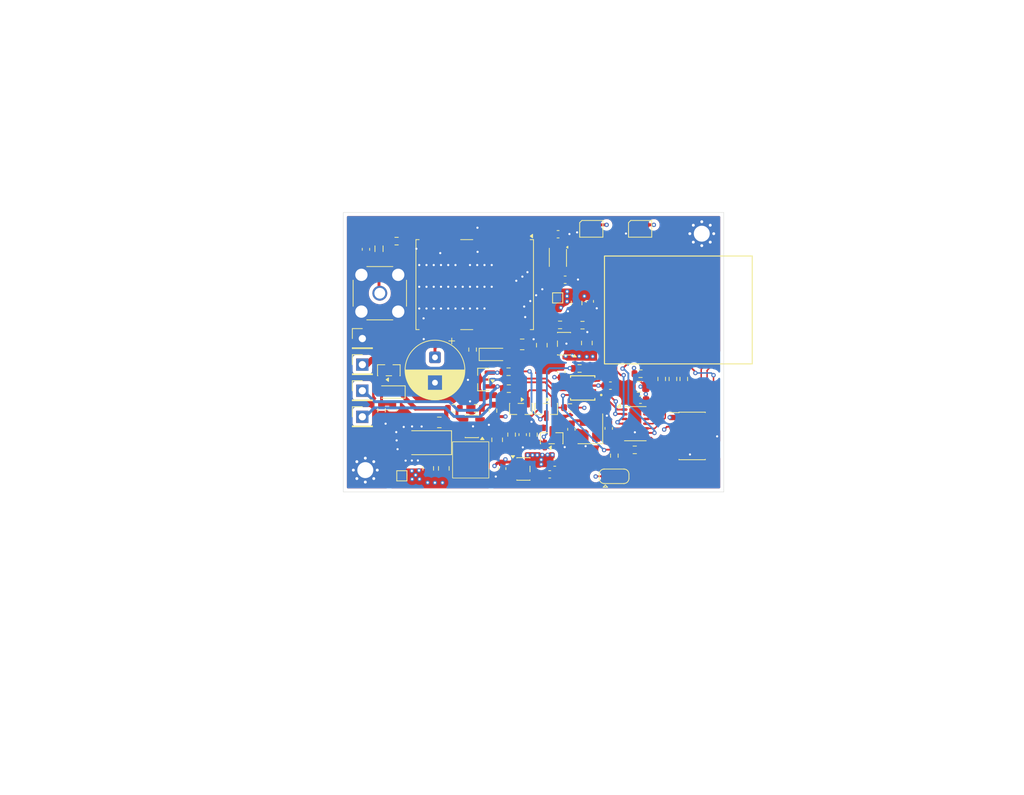
<source format=kicad_pcb>
(kicad_pcb (version 20241229) (generator "pcbnew") (generator_version "9.0")
  (layers (0 "F.Cu" signal) (4 "In1.Cu" signal) (6 "In2.Cu" signal) (2 "B.Cu" signal) (13 "F.Paste" user) (15 "B.Paste" user) (5 "F.SilkS" user "F.Silkscreen") (7 "B.SilkS" user "B.Silkscreen") (1 "F.Mask" user) (3 "B.Mask" user) (25 "Edge.Cuts" user))
  (net 0 "")
  (net 1 "/3V3")
  (net 2 "GND")
  (net 3 "/5V")
  (net 4 "/GPS_POWER")
  (net 5 "/CAN/CAN1_HI")
  (net 6 "/CAN/CAN1_LOW")
  (net 7 "/SWD_IO")
  (net 8 "/SWD_CLK")
  (net 9 "/CAN/CAN1S")
  (net 10 "/GPS_ENABLE")
  (net 11 "Net-(D101-K)")
  (net 12 "/ublox/GPS_VBAT")
  (net 13 "/CAN_TERM")
  (net 14 "/RST")
  (net 15 "/CAN/CAN1TX")
  (net 16 "/CAN/CAN1RX")
  (net 17 "/MCP_INT")
  (net 18 "/MCP_SPI_MISO")
  (net 19 "/MCP_RST")
  (net 20 "/MCP_SPI_CS")
  (net 21 "/MCP_SPI_MOSI")
  (net 22 "/MCP_SPI_SCK")
  (net 23 "/ublox/GPS_TX")
  (net 24 "/ublox/GPS_RX")
  (net 25 "/ublox/GPS_RF")
  (net 26 "/GPS_TX")
  (net 27 "/GPS_RX")
  (net 28 "/12V")
  (net 29 "Net-(D401-K)")
  (net 30 "Net-(U401-CB)")
  (net 32 "/LED_CONTROL")
  (net 33 "/VIN")
  (net 34 "Net-(U401-~{SHDN})")
  (net 35 "Net-(U401-FB)")
  (net 36 "Net-(U101-OSC2)")
  (net 37 "Net-(U101-OSC1)")
  (net 38 "Net-(D104-A)")
  (net 39 "Net-(U105-BP)")
  (net 40 "Net-(C201-Pad1)")
  (net 41 "Net-(Q302-D)")
  (net 42 "Net-(D102-DOUT)")
  (net 46 "Net-(JP101-C)")
  (net 47 "Net-(Q301-D)")
  (net 48 "Net-(Q301-G)")
  (net 49 "Net-(Q302-S)")
  (net 50 "Net-(Q303-D)")
  (net 51 "Net-(U101-~{INT1}{slash}GPIO1)")
  (net 52 "Net-(U103-EN)")
  (net 53 "Net-(U104-P0.21)")
  (net 54 "Net-(U104-P0.27)")
  (net 55 "Net-(U104-P1.06)")
  (net 56 "Net-(U201-VCC_RF)")
  (footprint "Jumper:SolderJumper-3_P1.3mm_Open_RoundedPad1.0x1.5mm" (layer "F.Cu") (at 131.88 99.16)
    (property "Reference" "JP101" (hide yes))
    (property "Value" "CAN_ENABLE")
  )
  (footprint "Capacitor_SMD:C_0603_1608Metric" (layer "F.Cu") (at 125.13 72.03)
    (property "Reference" "C108" (hide yes))
    (property "Value" "0.1uF")
  )
  (footprint "Resistor_SMD:R_0603_1608Metric" (layer "F.Cu") (at 112.36 81.67 -90)
    (property "Reference" "R102" (hide yes))
    (property "Value" "100")
  )
  (footprint "Connector_PinHeader_1.27mm:PinHeader_2x05_P1.27mm_Vertical_SMD" (layer "F.Cu") (at 142.65 93.59)
    (property "Reference" "J104" (hide yes))
    (property "Value" "SWD")
  )
  (footprint "Capacitor_SMD:C_0805_2012Metric" (layer "F.Cu") (at 126.71 75.24 -90)
    (property "Reference" "C113" (hide yes))
    (property "Value" "10uF")
  )
  (footprint "Capacitor_SMD:C_0603_1608Metric" (layer "F.Cu") (at 101.35 90.055 -90)
    (property "Reference" "C110" (hide yes))
    (property "Value" "10nF")
  )
  (footprint "Connector_PinHeader_2.54mm:PinHeader_1x01_P2.54mm_Vertical" (layer "F.Cu") (at 97.15 87.35)
    (property "Reference" "J302" (hide yes))
    (property "Value" "Conn_01x01")
  )
  (footprint "Capacitor_SMD:C_0603_1608Metric" (layer "F.Cu") (at 124.155 65.75)
    (property "Reference" "C106" (hide yes))
    (property "Value" "0.1uF")
  )
  (footprint "Capacitor_SMD:C_0603_1608Metric" (layer "F.Cu") (at 125.990001 92.675 -90)
    (property "Reference" "C101" (hide yes))
    (property "Value" "12pF")
  )
  (footprint "Inductor_SMD:L_0805_2012Metric" (layer "F.Cu") (at 99.45 67.75 90)
    (property "Reference" "L201" (hide yes))
    (property "Value" "27nH")
  )
  (footprint "Resistor_SMD:R_0603_1608Metric" (layer "F.Cu") (at 135.525 85)
    (property "Reference" "R101" (hide yes))
    (property "Value" "10K")
  )
  (footprint "Package_TO_SOT_SMD:SOT-23" (layer "F.Cu") (at 122.52 89.8675 -90)
    (property "Reference" "Q303" (hide yes))
    (property "Value" "AO3401A")
  )
  (footprint "TestPoint:TestPoint_Pad_1.0x1.0mm" (layer "F.Cu") (at 102.6 99.1)
    (property "Reference" "TP101" (hide yes))
    (property "Value" "5V")
  )
  (footprint "inductor:FNR5040S220MT" (layer "F.Cu") (at 112.1 96.9 180)
    (property "Reference" "L401" (hide yes))
    (property "Value" "22uH")
  )
  (footprint "Resistor_SMD:R_0603_1608Metric" (layer "F.Cu") (at 127.12 84.28 180)
    (property "Reference" "R302" (hide yes))
    (property "Value" "100")
  )
  (footprint "Capacitor_SMD:C_0805_2012Metric" (layer "F.Cu") (at 119.2 80.95)
    (property "Reference" "C202" (hide yes))
    (property "Value" "0.1uF")
  )
  (footprint "Capacitor_SMD:C_0603_1608Metric" (layer "F.Cu") (at 123 98.89)
    (property "Reference" "C112" (hide yes))
    (property "Value" "10nF")
  )
  (footprint "Resistor_SMD:R_0603_1608Metric" (layer "F.Cu") (at 140 85.725 -90)
    (property "Reference" "R110" (hide yes))
    (property "Value" "33")
  )
  (footprint "Package_SO:VSSOP-8_2.3x2mm_P0.5mm" (layer "F.Cu") (at 124.13 68.94 -90)
    (property "Reference" "U102" (hide yes))
    (property "Value" "TXB0102DCU")
  )
  (footprint "Capacitor_SMD:C_0805_2012Metric" (layer "F.Cu") (at 121.91 81.06 90)
    (property "Reference" "C107" (hide yes))
    (property "Value" "10uF")
  )
  (footprint "Resistor_SMD:R_0603_1608Metric" (layer "F.Cu") (at 131.92 96.31 -90)
    (property "Reference" "R104" (hide yes))
    (property "Value" "10K")
  )
  (footprint "Capacitor_SMD:C_0603_1608Metric" (layer "F.Cu") (at 131.140001 92.55 90)
    (property "Reference" "C103" (hide yes))
    (property "Value" "12pF")
  )
  (footprint "Diode_SMD:D_SOD-323_HandSoldering" (layer "F.Cu") (at 115.2825 82.34)
    (property "Reference" "D101" (hide yes))
    (property "Value" "D_Schottky_Small")
  )
  (footprint "Capacitor_SMD:C_0805_2012Metric" (layer "F.Cu") (at 106.24 98.07 90)
    (property "Reference" "C404" (hide yes))
    (property "Value" "10uF")
  )
  (footprint "Capacitor_SMD:C_0603_1608Metric" (layer "F.Cu") (at 131.375 86.65)
    (property "Reference" "C301" (hide yes))
    (property "Value" "0.1uF")
  )
  (footprint "MountingHole:MountingHole_2.2mm_M2_Pad_Via" (layer "F.Cu") (at 143.98 65.67)
    (property "Reference" "H101" (hide yes))
    (property "Value" "MountingHole_Pad")
  )
  (footprint "Package_TO_SOT_SMD:SOT-23-5" (layer "F.Cu") (at 119.3725 98.15)
    (property "Reference" "U105" (hide yes))
    (property "Value" "LP2985-3.3")
  )
  (footprint "Capacitor_SMD:C_0603_1608Metric" (layer "F.Cu") (at 97.65 67.825 -90)
    (property "Reference" "C201" (hide yes))
    (property "Value" "0.01uF")
  )
  (footprint "Resistor_SMD:R_0603_1608Metric" (layer "F.Cu") (at 115.175 90.1 90)
    (property "Reference" "R402" (hide yes))
    (property "Value" "54.9K")
  )
  (footprint "Resistor_SMD:R_0603_1608Metric" (layer "F.Cu") (at 109.775 89.78)
    (property "Reference" "R401" (hide yes))
    (property "Value" "100K")
  )
  (footprint "Resistor_SMD:R_0603_1608Metric" (layer "F.Cu") (at 138.45 85.725 -90)
    (property "Reference" "R108" (hide yes))
    (property "Value" "33")
  )
  (footprint "Package_TO_SOT_SMD:SOT-23" (layer "F.Cu") (at 119.02 89.8675 -90)
    (property "Reference" "Q302" (hide yes))
    (property "Value" "AO3401A")
  )
  (footprint "Crystal:Crystal_SMD_3225-4Pin_3.2x2.5mm" (layer "F.Cu") (at 128.600001 92.6 90)
    (property "Reference" "Y101" (hide yes))
    (property "Value" "20Mhz")
  )
  (footprint "Connector_PinHeader_2.54mm:PinHeader_1x01_P2.54mm_Vertical" (layer "F.Cu") (at 97.15 83.75)
    (property "Reference" "J102" (hide yes))
    (property "Value" "Vin")
  )
  (footprint "Package_DFN_QFN:DFN-14-1EP_3x4.5mm_P0.65mm_EP1.65x4.25mm" (layer "F.Cu") (at 134.8125 91.9)
    (property "Reference" "U101" (hide yes))
    (property "Value" "MCP2518FD-xQBB")
  )
  (footprint "Package_TO_SOT_SMD:SOT-23-6" (layer "F.Cu") (at 112.25 92.2625 180)
    (property "Reference" "U401" (hide yes))
    (property "Value" "LMR16006Y")
  )
  (footprint "Resistor_SMD:R_0603_1608Metric" (layer "F.Cu") (at 101.875 66.7)
    (property "Reference" "R201" (hide yes))
    (property "Value" "10")
  )
  (footprint "Resistor_SMD:R_0603_1608Metric" (layer "F.Cu") (at 117.32 84.73)
    (property "Reference" "R306" (hide yes))
    (property "Value" "56")
  )
  (footprint "LED_SMD:LED_WS2812B-2020_PLCC4_2.0x2.0mm" (layer "F.Cu") (at 135.475 65)
    (property "Reference" "D102" (hide yes))
    (property "Value" "WS2812B-2020")
  )
  (footprint "LED_SMD:LED_WS2812B-2020_PLCC4_2.0x2.0mm" (layer "F.Cu") (at 128.735 65)
    (property "Reference" "D103" (hide yes))
    (property "Value" "WS2812B-2020")
  )
  (footprint "Resistor_SMD:R_0603_1608Metric" (layer "F.Cu") (at 117.36 87.065)
    (property "Reference" "R304" (hide yes))
    (property "Value" "56")
  )
  (footprint "Connector_PinHeader_2.54mm:PinHeader_1x01_P2.54mm_Vertical" (layer "F.Cu") (at 97.15 80.15)
    (property "Reference" "J103" (hide yes))
    (property "Value" "Gnd")
  )
  (footprint "Resistor_SMD:R_0603_1608Metric" (layer "F.Cu") (at 125.81 89.68 180)
    (property "Reference" "R301" (hide yes))
    (property "Value" "10K")
  )
  (footprint "Diode_SMD:D_SOD-323_HandSoldering" (layer "F.Cu") (at 101.05 87.53 180)
    (property "Reference" "D104" (hide yes))
    (property "Value" "BZT52C16S")
  )
  (footprint "Resistor_SMD:R_0603_1608Metric" (layer "F.Cu") (at 99.8 90.04 -90)
    (property "Reference" "R107" (hide yes))
    (property "Value" "10K")
  )
  (footprint "holyiot_21069_nrf5340:nrf5340" (layer "F.Cu") (at 131.265 69.435 -90)
    (property "Reference" "U104" (hide yes))
    (property "Value" "~")
  )
  (footprint "MountingHole:MountingHole_2.2mm_M2_Pad_Via" (layer "F.Cu") (at 97.56 98.31)
    (property "Reference" "H102" (hide yes))
    (property "Value" "MountingHole_Pad")
  )
  (footprint "Resistor_SMD:R_0603_1608Metric" (layer "F.Cu") (at 117.74 93.41 -90)
    (property "Reference" "R305" (hide yes))
    (property "Value" "100K")
  )
  (footprint "Capacitor_SMD:C_0603_1608Metric" (layer "F.Cu") (at 135.5175 88.59 180)
    (property "Reference" "C105" (hide yes))
    (property "Value" "0.1uF")
  )
  (footprint "Resistor_SMD:R_0603_1608Metric" (layer "F.Cu") (at 112.825 89.775 180)
    (property "Reference" "R403" (hide yes))
    (property "Value" "10K")
  )
  (footprint "Capacitor_SMD:C_0805_2012Metric" (layer "F.Cu") (at 107.77 91.72 180)
    (property "Reference" "C401" (hide yes))
    (property "Value" "10uF")
  )
  (footprint "Diode_SMD:D_SMA" (layer "F.Cu") (at 105.95 94.525 180)
    (property "Reference" "D401" (hide yes))
    (property "Value" "SS14FL")
  )
  (footprint "Capacitor_SMD:C_0805_2012Metric" (layer "F.Cu") (at 135.3125 86.81 180)
    (property "Reference" "C102" (hide yes))
    (property "Value" "10uF")
  )
  (footprint "Resistor_SMD:R_0603_1608Metric" (layer "F.Cu") (at 141.5 85.725 -90)
    (property "Reference" "R109" (hide yes))
    (property "Value" "33")
  )
  (footprint "Package_TO_SOT_SMD:SOT-23" (layer "F.Cu") (at 123.27 93.91 90)
    (property "Reference" "Q301" (hide yes))
    (property "Value" "2N7002")
  )
  (footprint "Connector_PinHeader_2.54mm:PinHeader_1x01_P2.54mm_Vertical" (layer "F.Cu") (at 97.15 90.95)
    (property "Reference" "J301" (hide yes))
    (property "Value" "Conn_01x01")
  )
  (footprint "Connector_Coaxial:SMA_Amphenol_132134_Vertical" (layer "F.Cu") (at 99.56 73.89)
    (property "Reference" "J101" (hide yes))
    (property "Value" "Conn_Coaxial_Power")
  )
  (footprint "Capacitor_THT:CP_Radial_D8.0mm_P3.50mm" (layer "F.Cu") (at 107.17 82.74 -90)
    (property "Reference" "C104" (hide yes))
    (property "Value" "C_Polarized_Small")
  )
  (footprint "Resistor_SMD:R_0603_1608Metric" (layer "F.Cu") (at 120.75 93.42 -90)
    (property "Reference" "R303" (hide yes))
    (property "Value" "10K")
  )
  (footprint "Resistor_SMD:R_0603_1608Metric" (layer "F.Cu") (at 127.525 78.3)
    (property "Reference" "R105" (hide yes))
    (property "Value" "10K")
  )
  (footprint "footprints:HVSON8_TJA1462_NXP" (layer "F.Cu") (at 127.5518 86.964979 180)
    (property "Reference" "U301" (hide yes))
    (property "Value" "TJA1462ATK/0Z")
  )
  (footprint "Package_TO_SOT_SMD:SOT-23-5" (layer "F.Cu") (at 124.97625 80.86 180)
    (property "Reference" "U103" (hide yes))
    (property "Value" "TLV75533PDBV")
  )
  (footprint "Capacitor_SMD:C_0603_1608Metric" (layer "F.Cu") (at 123.695 97.26)
    (property "Reference" "C114" (hide yes))
    (property "Value" "2.2uF")
  )
  (footprint "Resistor_SMD:R_0603_1608Metric" (layer "F.Cu") (at 124.43 78.26 180)
    (property "Reference" "R106" (hide yes))
    (property "Value" "100")
  )
  (footprint "Capacitor_SMD:C_0603_1608Metric" (layer "F.Cu") (at 124.6 84.75 90)
    (property "Reference" "C302" (hide yes))
    (property "Value" "0.1uF")
  )
  (footprint "RF_GPS:ublox_NEO" (layer "F.Cu") (at 112.65 72.7 -90)
    (property "Reference" "U201" (hide yes))
    (property "Value" "NEO-8M")
  )
  (footprint "Capacitor_SMD:C_0805_2012Metric" (layer "F.Cu") (at 128.12625 80.76 90)
    (property "Reference" "C109" (hide yes))
    (property "Value" "10uF")
  )
  (footprint "Capacitor_SMD:C_0805_2012Metric" (layer "F.Cu") (at 115.75 94.125 -90)
    (property "Reference" "C402" (hide yes))
    (property "Value" "0.1uF")
  )
  (footprint "Capacitor_SMD:C_0603_1608Metric" (layer "F.Cu") (at 119.27 93.41 -90)
    (property "Reference" "C303" (hide yes))
    (property "Value" "4.7pF")
  )
  (footprint "Resistor_SMD:R_0603_1608Metric" (layer "F.Cu") (at 134.735 95.51 180)
    (property "Reference" "R103" (hide yes))
    (property "Value" "100")
  )
  (footprint "TestPoint:TestPoint_Pad_1.0x1.0mm" (layer "F.Cu") (at 124.1 74.54)
    (property "Reference" "TP102" (hide yes))
    (property "Value" "3V3")
  )
  (footprint "Package_TO_SOT_SMD:SOT-23" (layer "F.Cu") (at 113.8225 85.8 180)
    (property "Reference" "D301" (hide yes))
    (property "Value" "NUP2105L")
  )
  (footprint "Package_TO_SOT_SMD:SOT-23" (layer "F.Cu") (at 100.81 84.5225 90)
    (property "Reference" "Q101" (hide yes))
    (property "Value" "AO3401A")
  )
  (footprint "Capacitor_SMD:C_0603_1608Metric" (layer "F.Cu") (at 128.53 75.015 -90)
    (property "Reference" "C115" (hide yes))
    (property "Value" "0.1uF")
  )
  (footprint "Capacitor_SMD:C_0603_1608Metric" (layer "F.Cu") (at 116.44 98.095 -90)
    (property "Reference" "C111" (hide yes))
    (property "Value" "10uF")
  )
  (footprint "Capacitor_SMD:C_0805_2012Metric" (layer "F.Cu") (at 108.39 98.07 90)
    (property "Reference" "C403" (hide yes))
    (property "Value" "10uF")
  )
  (gr_rect (start 94.52 62.74) (end 147.02 101.33) (stroke (width 0.05)) (fill no) (layer "Edge.Cuts"))
  (segment (start 125.39 74.29) (end 124.35 74.29) (width 0.4) (layer "F.Cu") (net 1))
  (segment (start 128.785 73.985) (end 128.53 74.24) (width 0.4) (layer "F.Cu") (net 1))
  (segment (start 134.7 85) (end 134.7 85.2475) (width 0.25) (layer "F.Cu") (net 1))
  (segment (start 127.78 74.29) (end 128.48 74.29) (width 0.4) (layer "F.Cu") (net 1))
  (segment (start 139.18 92.32) (end 138.79 92.71) (width 0.25) (layer "F.Cu") (net 1))
  (segment (start 134.7 85.2475) (end 136.2625 86.81) (width 0.25) (layer "F.Cu") (net 1))
  (segment (start 136.2625 88.56) (end 136.2925 88.59) (width 0.25) (layer "F.Cu") (net 1))
  (segment (start 134.7 85) (end 134.7 84.29) (width 0.25) (layer "F.Cu") (net 1))
  (segment (start 124.35 74.29) (end 124.1 74.54) (width 0.4) (layer "F.Cu") (net 1))
  (segment (start 126.71 74.29) (end 127.78 74.29) (width 0.4) (layer "F.Cu") (net 1))
  (segment (start 140.7 92.32) (end 139.18 92.32) (width 0.25) (layer "F.Cu") (net 1))
  (segment (start 128.48 74.29) (end 128.53 74.24) (width 0.4) (layer "F.Cu") (net 1))
  (segment (start 123.695 85.525) (end 123.65 85.48) (width 0.25) (layer "F.Cu") (net 1))
  (segment (start 136.2625 86.81) (end 136.2625 87.82) (width 0.25) (layer "F.Cu") (net 1))
  (segment (start 126.71 74.29) (end 125.39 74.29) (width 0.4) (layer "F.Cu") (net 1))
  (segment (start 135.56 86.81) (end 135.54 86.79) (width 0.25) (layer "F.Cu") (net 1))
  (segment (start 124.38 70.34) (end 124.38 72.005) (width 0.25) (layer "F.Cu") (net 1))
  (segment (start 124.6 85.525) (end 123.695 85.525) (width 0.25) (layer "F.Cu") (net 1))
  (segment (start 130.58 99.16) (end 129.45 99.16) (width 0.25) (layer "F.Cu") (net 1))
  (segment (start 126.0786 85.99) (end 125.065 85.99) (width 0.25) (layer "F.Cu") (net 1))
  (segment (start 134.7 84.29) (end 134.63 84.22) (width 0.25) (layer "F.Cu") (net 1))
  (segment (start 124.355 72.03) (end 124.355 74.285) (width 0.4) (layer "F.Cu") (net 1))
  (segment (start 136.3125 88.61) (end 136.2925 88.59) (width 0.25) (layer "F.Cu") (net 1))
  (segment (start 124.355 74.285) (end 124.1 74.54) (width 0.4) (layer "F.Cu") (net 1))
  (segment (start 136.2625 86.81) (end 135.56 86.81) (width 0.25) (layer "F.Cu") (net 1))
  (segment (start 136.3125 89.95) (end 136.3125 88.61) (width 0.25) (layer "F.Cu") (net 1))
  (segment (start 125.065 85.99) (end 124.6 85.525) (width 0.25) (layer "F.Cu") (net 1))
  (segment (start 136.2625 87.82) (end 136.2625 88.56) (width 0.25) (layer "F.Cu") (net 1))
  (segment (start 131.265 73.985) (end 128.785 73.985) (width 0.4) (layer "F.Cu") (net 1))
  (segment (start 124.38 72.005) (end 124.355 72.03) (width 0.25) (layer "F.Cu") (net 1))
  (via (at 124.54 75.89) (size 0.6) (drill 0.3) (layers "F.Cu" "B.Cu") (net 1))
  (via (at 119.96 96.23) (size 0.6) (drill 0.3) (layers "F.Cu" "B.Cu") (net 1))
  (via (at 135.54 86.79) (size 0.6) (drill 0.3) (layers "F.Cu" "B.Cu") (net 1))
  (via (at 125.41 73.65) (size 0.6) (drill 0.3) (layers "F.Cu" "B.Cu") (net 1))
  (via (at 134.63 84.22) (size 0.6) (drill 0.3) (layers "F.Cu" "B.Cu") (net 1))
  (via (at 138.79 92.71) (size 0.6) (drill 0.3) (layers "F.Cu" "B.Cu") (net 1))
  (via (at 121.28 96.23) (size 0.6) (drill 0.3) (layers "F.Cu" "B.Cu") (net 1))
  (via (at 125.39 74.29) (size 0.6) (drill 0.3) (layers "F.Cu" "B.Cu") (net 1))
  (via (at 121.83 96.87) (size 0.6) (drill 0.3) (layers "F.Cu" "B.Cu") (net 1))
  (via (at 127.78 74.29) (size 0.6) (drill 0.3) (layers "F.Cu" "B.Cu") (net 1))
  (via (at 125.39 75.02) (size 0.6) (drill 0.3) (layers "F.Cu" "B.Cu") (net 1))
  (via (at 121.83 97.51) (size 0.6) (drill 0.3) (layers "F.Cu" "B.Cu") (net 1))
  (via (at 122.7 96.19) (size 0.6) (drill 0.3) (layers "F.Cu" "B.Cu") (net 1))
  (via (at 120.63 96.24) (size 0.6) (drill 0.3) (layers "F.Cu" "B.Cu") (net 1))
  (via (at 121.98 96.21) (size 0.6) (drill 0.3) (layers "F.Cu" "B.Cu") (net 1))
  (via (at 123.37 96.2) (size 0.6) (drill 0.3) (layers "F.Cu" "B.Cu") (net 1))
  (via (at 136.2625 87.82) (size 0.6) (drill 0.3) (layers "F.Cu" "B.Cu") (net 1))
  (via (at 129.34 99.1925) (size 0.6) (drill 0.3) (layers "F.Cu" "B.Cu") (net 1))
  (via (at 123.65 85.48) (size 0.6) (drill 0.3) (layers "F.Cu" "B.Cu") (net 1))
  (segment (start 111.77 85.8) (end 111.72 85.85) (width 0.4) (layer "F.Cu") (net 2))
  (segment (start 101.35 90.91) (end 100.36 91.9) (width 0.4) (layer "F.Cu") (net 2))
  (segment (start 119.65 78.7) (end 119.65 77.21) (width 0.4) (layer "F.Cu") (net 2))
  (segment (start 120.75 92.595) (end 120.75 91.9) (width 0.4) (layer "F.Cu") (net 2))
  (segment (start 142.33 96.13) (end 142.35 96.15) (width 0.2) (layer "F.Cu") (net 2))
  (segment (start 118.235 98.15) (end 117.16 98.15) (width 0.4) (layer "F.Cu") (net 2))
  (segment (start 117.16 98.15) (end 116.44 98.87) (width 0.4) (layer "F.Cu") (net 2))
  (segment (start 127.500002 93.45) (end 127.750002 93.7) (width 0.4) (layer "F.Cu") (net 2))
  (segment (start 144.6 93.59) (end 146.04 93.59) (width 0.2) (layer "F.Cu") (net 2))
  (segment (start 140.7 96.13) (end 142.33 96.13) (width 0.2) (layer "F.Cu") (net 2))
  (segment (start 113.05 64.87) (end 113.03 64.85) (width 0.4) (layer "F.Cu") (net 2))
  (segment (start 105.65 77.41) (end 105.6 77.36) (width 0.4) (layer "F.Cu") (net 2))
  (segment (start 121.21 80.11) (end 121.08 80.24) (width 0.4) (layer "F.Cu") (net 2))
  (segment (start 115.89 98.87) (end 115.56 99.2) (width 0.4) (layer "F.Cu") (net 2))
  (segment (start 119.27 94.185) (end 119.27 95.15) (width 0.4) (layer "F.Cu") (net 2))
  (segment (start 117.74 94.235) (end 119.22 94.235) (width 0.4) (layer "F.Cu") (net 2))
  (segment (start 105.65 78.7) (end 105.65 77.41) (width 0.4) (layer "F.Cu") (net 2))
  (segment (start 119.22 94.235) (end 119.27 94.185) (width 0.4) (layer "F.Cu") (net 2))
  (segment (start 131.140001 91.775) (end 131.140001 91.060001) (width 0.4) (layer "F.Cu") (net 2))
  (segment (start 121.91 80.11) (end 121.21 80.11) (width 0.4) (layer "F.Cu") (net 2))
  (segment (start 127.82 65.55) (end 126.84 65.55) (width 0.4) (layer "F.Cu") (net 2))
  (segment (start 120.75 92.595) (end 120.75 92.705) (width 0.4) (layer "F.Cu") (net 2))
  (segment (start 128.12625 79.81) (end 128.12625 79.31375) (width 0.5) (layer "F.Cu") (net 2))
  (segment (start 124.22 94.8475) (end 124.7875 94.8475) (width 0.4) (layer "F.Cu") (net 2))
  (segment (start 112.885 85.8) (end 111.77 85.8) (width 0.4) (layer "F.Cu") (net 2))
  (segment (start 105.65 80.19) (end 105.62 80.22) (width 0.4) (layer "F.Cu") (net 2))
  (segment (start 128.12625 79.31375) (end 128.19 79.25) (width 0.5) (layer "F.Cu") (net 2))
  (segment (start 99.8 90.865) (end 99.8 91.34) (width 0.4) (layer "F.Cu") (net 2))
  (segment (start 125.990001 93.45) (end 127.500002 93.45) (width 0.4) (layer "F.Cu") (net 2))
  (segment (start 127.750002 93.7) (end 127.750002 94.795001) (width 0.4) (layer "F.Cu") (net 2))
  (segment (start 124.38 67.54) (end 124.38 66.3) (width 0.25) (layer "F.Cu") (net 2))
  (segment (start 124.38 66.3) (end 124.93 65.75) (width 0.25) (layer "F.Cu") (net 2))
  (segment (start 146.04 93.59) (end 146.1 93.65) (width 0.2) (layer "F.Cu") (net 2))
  (segment (start 129.31 75.79) (end 129.49 75.97) (width 0.4) (layer "F.Cu") (net 2))
  (segment (start 134.75 93.0875) (end 134.8125 93.025) (width 0.25) (layer "F.Cu") (net 2))
  (segment (start 128.35 79.09) (end 128.19 79.25) (width 0.5) (layer "F.Cu") (net 2))
  (segment (start 126.87 72.03) (end 126.9 72) (width 0.25) (layer "F.Cu") (net 2))
  (segment (start 126.84 65.55) (end 126.78 65.49) (width 0.4) (layer "F.Cu") (net 2))
  (segment (start 129.45 91.5) (end 130.865001 91.5) (width 0.4) (layer "F.Cu") (net 2))
  (segment (start 133.62 65.55) (end 133.52 65.65) (width 0.4) (layer "F.Cu") (net 2))
  (segment (start 128.35 78.3) (end 128.35 79.09) (width 0.5) (layer "F.Cu") (net 2))
  (segment (start 107.85 66.7) (end 107.85 68.3) (width 0.4) (layer "F.Cu") (net 2))
  (segment (start 114.4075 92.2625) (end 114.61 92.06) (width 0.4) (layer "F.Cu") (net 2))
  (segment (start 131.140001 91.060001) (end 130.88 90.8) (width 0.4) (layer "F.Cu") (net 2))
  (segment (start 127.750002 93.7) (end 127.750002 94.755001) (width 0.25) (layer "F.Cu") (net 2))
  (segment (start 124.93 65.75) (end 125.69 65.75) (width 0.25) (layer "F.Cu") (net 2))
  (segment (start 127.11 75.79) (end 126.71 76.19) (width 0.4) (layer "F.Cu") (net 2))
  (segment (start 121.08 80.24) (end 120.78 80.24) (width 0.4) (layer "F.Cu") (net 2))
  (segment (start 105.65 78.7) (end 105.65 80.19) (width 0.4) (layer "F.Cu") (net 2))
  (segment (start 101.35 90.83) (end 101.35 90.91) (width 0.4) (layer "F.Cu") (net 2))
  (segment (start 125.7 76.19) (end 125.51 76.38) (width 0.4) (layer "F.Cu") (net 2))
  (segment (start 112 88.83) (end 112.01 88.82) (width 0.4) (layer "F.Cu") (net 2))
  (segment (start 107.85 68.3) (end 107.9 68.35) (width 0.4) (layer "F.Cu") (net 2))
  (segment (start 130.865001 91.5) (end 131.140001 91.775) (width 0.4) (layer "F.Cu") (net 2))
  (segment (start 134.8125 93.025) (end 134.8125 91.9) (width 0.25) (layer "F.Cu") (net 2))
  (segment (start 119.27 95.15) (end 119.29 95.17) (width 0.4) (layer "F.Cu") (net 2))
  (segment (start 126.11375 80.86) (end 125.31625 80.86) (width 0.4) (layer "F.Cu") (net 2))
  (segment (start 127.750002 94.755001) (end 127.945001 94.95) (width 0.25) (layer "F.Cu") (net 2))
  (segment (start 119.65 77.21) (end 119.62 77.18) (width 0.4) (layer "F.Cu") (net 2))
  (segment (start 126.71 76.19) (end 125.7 76.19) (width 0.4) (layer "F.Cu") (net 2))
  (segment (start 143.715 65.95) (end 144.75 65.95) (width 0.2) (layer "F.Cu") (net 2))
  (segment (start 125.905 72.03) (end 126.87 72.03) (width 0.25) (layer "F.Cu") (net 2))
  (segment (start 119.65 80.45) (end 120.15 80.95) (width 0.4) (layer "F.Cu") (net 2))
  (segment (start 99.8 91.34) (end 100.36 91.9) (width 0.4) (layer "F.Cu") (net 2))
  (segment (start 124.7875 94.8475) (end 125.07 95.13) (width 0.4) (layer "F.Cu") (net 2))
  (segment (start 119.65 78.7) (end 119.65 80.45) (width 0.4) (layer "F.Cu") (net 2))
  (segment (start 129.025 87.289972) (end 127.876793 87.289972) (width 0.25) (layer "F.Cu") (net 2))
  (segment (start 134.56 65.55) (end 133.62 65.55) (width 0.4) (layer "F.Cu") (net 2))
  (segment (start 128.53 75.79) (end 127.11 75.79) (width 0.4) (layer "F.Cu") (net 2))
  (segment (start 120.75 92.705) (end 119.27 94.185) (width 0.4) (layer "F.Cu") (net 2))
  (segment (start 120.15 80.95) (end 120.15 80.87) (width 0.4) (layer "F.Cu") (net 2))
  (segment (start 113.3875 92.2625) (end 114.4075 92.2625) (width 0.4) (layer "F.Cu") (net 2))
  (segment (start 120.15 80.87) (end 120.78 80.24) (width 0.4) (layer "F.Cu") (net 2))
  (segment (start 112 89.775) (end 112 88.83) (width 0.4) (layer "F.Cu") (net 2))
  (segment (start 125.31625 80.86) (end 125.30625 80.85) (width 0.4) (layer "F.Cu") (net 2))
  (segment (start 128.53 75.79) (end 129.31 75.79) (width 0.4) (layer "F.Cu") (net 2))
  (segment (start 113.3875 92.2625) (end 112.4275 92.2625) (width 0.25) (layer "F.Cu") (net 2))
  (segment (start 116.44 98.87) (end 115.89 98.87) (width 0.4) (layer "F.Cu") (net 2))
  (segment (start 133.9875 93.85) (end 134.75 93.0875) (width 0.25) (layer "F.Cu") (net 2))
  (segment (start 113.05 66.7) (end 113.05 68.18) (width 0.4) (layer "F.Cu") (net 2))
  (segment (start 105.65 66.7) (end 104.6 67.75) (width 0.4) (layer "F.Cu") (net 2))
  (segment (start 125.69 65.75) (end 125.72 65.72) (width 0.25) (layer "F.Cu") (net 2))
  (segment (start 112.4275 92.2625) (end 112.42 92.27) (width 0.25) (layer "F.Cu") (net 2))
  (segment (start 113.05 66.7) (end 113.05 64.87) (width 0.4) (layer "F.Cu") (net 2))
  (segment (start 133.3125 93.85) (end 133.9875 93.85) (width 0.25) (layer "F.Cu") (net 2))
  (segment (start 120.75 91.9) (end 120.49 91.64) (width 0.4) (layer "F.Cu") (net 2))
  (segment (start 127.876793 87.289972) (end 127.5518 86.964979) (width 0.25) (layer "F.Cu") (net 2))
  (segment (start 127.750002 94.795001) (end 127.955001 95) (width 0.4) (layer "F.Cu") (net 2))
  (via (at 104.01 92.28) (size 0.6) (drill 0.3) (layers "F.Cu" "B.Cu") (net 2))
  (via (at 102.01 95.42) (size 0.6) (drill 0.3) (layers "F.Cu" "B.Cu") (net 2))
  (via (at 110 76) (size 0.6) (drill 0.3) (layers "F.Cu" "B.Cu") (net 2))
  (via (at 130.88 90.8) (size 0.6) (drill 0.3) (layers "F.Cu" "B.Cu") (net 2))
  (via (at 107 73) (size 0.6) (drill 0.3) (layers "F.Cu" "B.Cu") (net 2))
  (via (at 113 70) (size 0.6) (drill 0.3) (layers "F.Cu" "B.Cu") (net 2))
  (via (at 120.49 91.64) (size 0.6) (drill 0.3) (layers "F.Cu" "B.Cu") (net 2))
  (via (at 105.33 92.29) (size 0.6) (drill 0.3) (layers "F.Cu" "B.Cu") (net 2))
  (via (at 111 73) (size 0.6) (drill 0.3) (layers "F.Cu" "B.Cu") (net 2))
  (via (at 125.51 76.38) (size 0.6) (drill 0.3) (layers "F.Cu" "B.Cu") (net 2))
  (via (at 108 70) (size 0.6) (drill 0.3) (layers "F.Cu" "B.Cu") (net 2))
  (via (at 109 73) (size 0.6) (drill 0.3) (layers "F.Cu" "B.Cu") (net 2))
  (via (at 113 76) (size 0.6) (drill 0.3) (layers "F.Cu" "B.Cu") (net 2))
  (via (at 107 76) (size 0.6) (drill 0.3) (layers "F.Cu" "B.Cu") (net 2))
  (via (at 118.39 72.17) (size 0.6) (drill 0.3) (layers "F.Cu" "B.Cu") (net 2))
  (via (at 111 76) (size 0.6) (drill 0.3) (layers "F.Cu" "B.Cu") (net 2))
  (via (at 125.07 95.13) (size 0.6) (drill 0.3) (layers "F.Cu" "B.Cu") (net 2))
  (via (at 105 73) (size 0.6) (drill 0.3) (layers "F.Cu" "B.Cu") (net 2))
  (via (at 110 73) (size 0.6) (drill 0.3) (layers "F.Cu" "B.Cu") (net 2))
  (via (at 100.36 91.9) (size 0.6) (drill 0.3) (layers "F.Cu" "B.Cu") (net 2))
  (via (at 126.9 72) (size 0.6) (drill 0.3) (layers "F.Cu" "B.Cu") (net 2))
  (via (at 106 70) (size 0.6) (drill 0.3) (layers "F.Cu" "B.Cu") (net 2))
  (via (at 106 76) (size 0.6) (drill 0.3) (layers "F.Cu" "B.Cu") (net 2))
  (via (at 113 73) (size 0.6) (drill 0.3) (layers "F.Cu" "B.Cu") (net 2))
  (via (at 101.88 94.21) (size 0.6) (drill 0.3) (layers "F.Cu" "B.Cu") (net 2))
  (via (at 119.29 95.17) (size 0.6) (drill 0.3) (layers "F.Cu" "B.Cu") (net 2))
  (via (at 105 70) (size 0.6) (drill 0.3) (layers "F.Cu" "B.Cu") (net 2))
  (via (at 146.1 93.65) (size 0.6) (drill 0.3) (layers "F.Cu" "B.Cu") (net 2))
  (via (at 105.6 77.36) (size 0.6) (drill 0.3) (layers "F.Cu" "B.Cu") (net 2))
  (via (at 107 70) (size 0.6) (drill 0.3) (layers "F.Cu" "B.Cu") (net 2))
  (via (at 113.05 68.18) (size 0.6) (drill 0.3) (layers "F.Cu" "B.Cu") (net 2))
  (via (at 111.72 85.85) (size 0.6) (drill 0.3) (layers "F.Cu" "B.Cu") (net 2))
  (via (at 104.6 67.75) (size 0.6) (drill 0.3) (layers "F.Cu" "B.Cu") (net 2))
  (via (at 103.12 97) (size 0.6) (drill 0.3) (layers "F.Cu" "B.Cu") (net 2))
  (via (at 105.62 80.22) (size 0.6) (drill 0.3) (layers "F.Cu" "B.Cu") (net 2))
  (via (at 113.03 64.85) (size 0.6) (drill 0.3) (layers "F.Cu" "B.Cu") (net 2))
  (via (at 108 73) (size 0.6) (drill 0.3) (layers "F.Cu" "B.Cu") (net 2))
  (via (at 115 70) (size 0.6) (drill 0.3) (layers "F.Cu" "B.Cu") (net 2))
  (via (at 112.01 88.82) (size 0.6) (drill 0.3) (layers "F.Cu" "B.Cu") (net 2))
  (via (at 125.30625 80.85) (size 0.6) (drill 0.3) (layers "F.Cu" "B.Cu") (net 2))
  (via (at 112 70) (size 0.6) (drill 0.3) (layers "F.Cu" "B.Cu") (net 2))
  (via (at 121.98 73.34) (size 0.6) (drill 0.3) (layers "F.Cu" "B.Cu") (net 2))
  (via (at 109 76) (size 0.6) (drill 0.3) (layers "F.Cu" "B.Cu") (net 2))
  (via (at 112.42 92.27) (size 0.6) (drill 0.3) (layers "F.Cu" "B.Cu") (net 2))
  (via (at 110 70) (size 0.6) (drill 0.3) (layers "F.Cu" "B.Cu") (net 2))
  (via (at 129.49 75.97) (size 0.6) (drill 0.3) (layers "F.Cu" "B.Cu") (net 2))
  (via (at 115.56 99.2) (size 0.6) (drill 0.3) (layers "F.Cu" "B.Cu") (net 2))
  (via (at 121.13 74.17) (size 0.6) (drill 0.3) (layers "F.Cu" "B.Cu") (net 2))
  (via (at 128.19 79.25) (size 0.6) (drill 0.3) (layers "F.Cu" "B.Cu") (net 2))
  (via (at 106 73) (size 0.6) (drill 0.3) (layers "F.Cu" "B.Cu") (net 2))
  (via (at 115 73) (size 0.6) (drill 0.3) (layers "F.Cu" "B.Cu") (net 2))
  (via (at 107.9 68.35) (size 0.6) (drill 0.3) (layers "F.Cu" "B.Cu") (net 2))
  (via (at 119.23 71.6) (size 0.6) (drill 0.3) (layers "F.Cu" "B.Cu") (net 2))
  (via (at 114 70) (size 0.6) (drill 0.3) (layers "F.Cu" "B.Cu") (net 2))
  (via (at 102.86 92.35) (size 0.6) (drill 0.3) (layers "F.Cu" "B.Cu") (net 2))
  (via (at 125.72 65.72) (size 0.6) (drill 0.3) (layers "F.Cu" "B.Cu") (net 2))
  (via (at 114 73) (size 0.6) (drill 0.3) (layers "F.Cu" "B.Cu") (net 2))
  (via (at 101.83 93.06) (size 0.6) (drill 0.3) (layers "F.Cu" "B.Cu") (net 2))
  (via (at 108 76) (size 0.6) (drill 0.3) (layers "F.Cu" "B.Cu") (net 2))
  (via (at 103.98 96.99) (size 0.6) (drill 0.3) (layers "F.Cu" "B.Cu") (net 2))
  (via (at 133.52 65.65) (size 0.6) (drill 0.3) (layers "F.Cu" "B.Cu") (net 2))
  (via (at 142.35 96.15) (size 0.6) (drill 0.3) (layers "F.Cu" "B.Cu") (net 2))
  (via (at 119.93 70.98) (size 0.6) (drill 0.3) (layers "F.Cu" "B.Cu") (net 2))
  (via (at 105 76) (size 0.6) (drill 0.3) (layers "F.Cu" "B.Cu") (net 2))
  (via (at 114.61 92.06) (size 0.6) (drill 0.3) (layers "F.Cu" "B.Cu") (net 2))
  (via (at 112 73) (size 0.6) (drill 0.3) (layers "F.Cu" "B.Cu") (net 2))
  (via (at 119.48 75.73) (size 0.6) (drill 0.3) (layers "F.Cu" "B.Cu") (net 2))
  (via (at 104.81 96.98) (size 0.6) (drill 0.3) (layers "F.Cu" "B.Cu") (net 2))
  (via (at 127.955001 95) (size 0.6) (drill 0.3) (layers "F.Cu" "B.Cu") (net 2))
  (via (at 134.75 93.0875) (size 0.6) (drill 0.3) (layers "F.Cu" "B.Cu") (net 2))
  (via (at 120.78 80.24) (size 0.6) (drill 0.3) (layers "F.Cu" "B.Cu") (net 2))
  (via (at 120.32 74.97) (size 0.6) (drill 0.3) (layers "F.Cu" "B.Cu") (net 2))
  (via (at 112 76) (size 0.6) (drill 0.3) (layers "F.Cu" "B.Cu") (net 2))
  (via (at 114 76) (size 0.6) (drill 0.3) (layers "F.Cu" "B.Cu") (net 2))
  (via (at 109 70) (size 0.6) (drill 0.3) (layers "F.Cu" "B.Cu") (net 2))
  (via (at 126.78 65.49) (size 0.6) (drill 0.3) (layers "F.Cu" "B.Cu") (net 2))
  (via (at 119.62 77.18) (size 0.6) (drill 0.3) (layers "F.Cu" "B.Cu") (net 2))
  (segment (start 116.875 90.925) (end 116.89 90.91) (width 0.4) (layer "F.Cu") (net 3))
  (segment (start 118.235 99.1) (end 118.86 99.1) (width 0.25) (layer "F.Cu") (net 3))
  (segment (start 115.175 90.925) (end 116.875 90.925) (width 0.4) (layer "F.Cu") (net 3))
  (segment (start 126.11375 81.81) (end 128.02625 81.81) (width 0.4) (layer "F.Cu") (net 3))
  (segment (start 119.28 97.582501) (end 118.897499 97.2) (width 0.25) (layer "F.Cu") (net 3))
  (segment (start 116.56 97.2) (end 116.44 97.32) (width 0.4) (layer "F.Cu") (net 3))
  (segment (start 140.68 91.03) (end 140.7 91.05) (width 0.4) (layer "F.Cu") (net 3))
  (segment (start 128.12625 81.71) (end 128.12625 82.62375) (width 0.4) (layer "F.Cu") (net 3))
  (segment (start 118.897499 97.2) (end 118.235 97.2) (width 0.25) (layer "F.Cu") (net 3))
  (segment (start 136.39 64.45) (end 137.37 64.45) (width 0.4) (layer "F.Cu") (net 3))
  (segment (start 129.025 86.639986) (end 129.71 86.639986) (width 0.25) (layer "F.Cu") (net 3))
  (segment (start 126.11375 82.47375) (end 126.13 82.49) (width 0.4) (layer "F.Cu") (net 3))
  (segment (start 129.65 64.45) (end 130.85 64.45) (width 0.4) (layer "F.Cu") (net 3))
  (segment (start 139.55 91.03) (end 140.68 91.03) (width 0.4) (layer "F.Cu") (net 3))
  (segment (start 129.720014 86.65) (end 129.71 86.639986) (width 0.4) (layer "F.Cu") (net 3))
  (segment (start 126.11375 81.81) (end 126.11375 82.47375) (width 0.4) (layer "F.Cu") (net 3))
  (segment (start 119.28 98.68) (end 119.28 97.582501) (width 0.25) (layer "F.Cu") (net 3))
  (segment (start 118.235 97.2) (end 116.56 97.2) (width 0.4) (layer "F.Cu") (net 3))
  (segment (start 127.74 89.68) (end 127.77 89.71) (width 0.25) (layer "F.Cu") (net 3))
  (segment (start 116.44 97.32) (end 115.79 97.32) (width 0.4) (layer "F.Cu") (net 3))
  (segment (start 128.02625 81.81) (end 128.12625 81.71) (width 0.4) (layer "F.Cu") (net 3))
  (segment (start 118.86 99.1) (end 119.28 98.68) (width 0.25) (layer "F.Cu") (net 3))
  (segment (start 126.635 89.68) (end 127.74 89.68) (width 0.25) (layer "F.Cu") (net 3))
  (segment (start 128.12625 82.62375) (end 128.1 82.65) (width 0.4) (layer "F.Cu") (net 3))
  (segment (start 130.6 86.65) (end 129.720014 86.65) (width 0.4) (layer "F.Cu") (net 3))
  (segment (start 115.79 97.32) (end 115.38 97.73) (width 0.4) (layer "F.Cu") (net 3))
  (via (at 104.5 98.99) (size 0.6) (drill 0.3) (layers "F.Cu" "B.Cu") (net 3))
  (via (at 137.37 64.45) (size 0.6) (drill 0.3) (layers "F.Cu" "B.Cu") (net 3))
  (via (at 139.55 91.03) (size 0.6) (drill 0.3) (layers "F.Cu" "B.Cu") (net 3))
  (via (at 104.02 99.56) (size 0.6) (drill 0.3) (layers "F.Cu" "B.Cu") (net 3))
  (via (at 104.96 98.36) (size 0.6) (drill 0.3) (layers "F.Cu" "B.Cu") (net 3))
  (via (at 128.1 82.65) (size 0.6) (drill 0.3) (layers "F.Cu" "B.Cu") (net 3))
  (via (at 127.07 82.59) (size 0.6) (drill 0.3) (layers "F.Cu" "B.Cu") (net 3))
  (via (at 127.77 89.71) (size 0.6) (drill 0.3) (layers "F.Cu" "B.Cu") (net 3))
  (via (at 126.13 82.49) (size 0.6) (drill 0.3) (layers "F.Cu" "B.Cu") (net 3))
  (via (at 116.89 96.83) (size 0.6) (drill 0.3) (layers "F.Cu" "B.Cu") (net 3))
  (via (at 125.2 82.56) (size 0.6) (drill 0.3) (layers "F.Cu" "B.Cu") (net 3))
  (via (at 103.98 98.42) (size 0.6) (drill 0.3) (layers "F.Cu" "B.Cu") (net 3))
  (via (at 130.85 64.45) (size 0.6) (drill 0.3) (layers "F.Cu" "B.Cu") (net 3))
  (via (at 129.71 86.639986) (size 0.6) (drill 0.3) (layers "F.Cu" "B.Cu") (net 3))
  (via (at 108.21 100.05) (size 0.6) (drill 0.3) (layers "F.Cu" "B.Cu") (net 3))
  (via (at 115.38 97.73) (size 0.6) (drill 0.3) (layers "F.Cu" "B.Cu") (net 3))
  (via (at 116.89 90.91) (size 0.6) (drill 0.3) (layers "F.Cu" "B.Cu") (net 3))
  (via (at 107.16 100.05) (size 0.6) (drill 0.3) (layers "F.Cu" "B.Cu") (net 3))
  (via (at 105.03 99.55) (size 0.6) (drill 0.3) (layers "F.Cu" "B.Cu") (net 3))
  (via (at 106.16 100.03) (size 0.6) (drill 0.3) (layers "F.Cu" "B.Cu") (net 3))
  (via (at 128.93 82.62) (size 0.6) (drill 0.3) (layers "F.Cu" "B.Cu") (net 3))
  (segment (start 118.25 80.95) (end 118.25 82.29) (width 0.4) (layer "F.Cu") (net 4))
  (segment (start 123.88 70.34) (end 123.88 67.54) (width 0.25) (layer "F.Cu") (net 4))
  (segment (start 121.47 82.45) (end 118.77 82.45) (width 0.4) (layer "F.Cu") (net 4))
  (segment (start 118.2 82.34) (end 116.5325 82.34) (width 0.4) (layer "F.Cu") (net 4))
  (segment (start 118.55 78.7) (end 118.55 80.65) (width 0.4) (layer "F.Cu") (net 4))
  (segment (start 118.66 82.34) (end 118.2 82.34) (width 0.4) (layer "F.Cu") (net 4))
  (segment (start 118.55 80.65) (end 118.25 80.95) (width 0.4) (layer "F.Cu") (net 4))
  (segment (start 118.55 78.7) (end 118.55 75.59) (width 0.25) (layer "F.Cu") (net 4))
  (segment (start 123.88 66.25) (end 123.38 65.75) (width 0.25) (layer "F.Cu") (net 4))
  (segment (start 122.11 81.81) (end 121.91 82.01) (width 0.4) (layer "F.Cu") (net 4))
  (segment (start 123.879 71.201) (end 123.879 71.053202) (width 0.25) (layer "F.Cu") (net 4))
  (segment (start 123.88 71.2) (end 123.879 71.201) (width 0.25) (layer "F.Cu") (net 4))
  (segment (start 121.91 82.01) (end 121.47 82.45) (width 0.4) (layer "F.Cu") (net 4))
  (segment (start 118.55 75.59) (end 121.765 72.375) (width 0.25) (layer "F.Cu") (net 4))
  (segment (start 123.88 67.54) (end 123.88 66.25) (width 0.25) (layer "F.Cu") (net 4))
  (segment (start 118.25 82.29) (end 118.2 82.34) (width 0.4) (layer "F.Cu") (net 4))
  (segment (start 122.705 72.375) (end 123.879 71.201) (width 0.25) (layer "F.Cu") (net 4))
  (segment (start 123.879 71.053202) (end 123.88 71.052202) (width 0.25) (layer "F.Cu") (net 4))
  (segment (start 121.765 72.375) (end 122.705 72.375) (width 0.25) (layer "F.Cu") (net 4))
  (segment (start 123.83875 81.81) (end 122.11 81.81) (width 0.4) (layer "F.Cu") (net 4))
  (segment (start 123.88 70.34) (end 123.88 71.2) (width 0.25) (layer "F.Cu") (net 4))
  (segment (start 118.77 82.45) (end 118.66 82.34) (width 0.4) (layer "F.Cu") (net 4))
  (segment (start 116.535 87.065) (end 116.535 86.675) (width 0.25) (layer "F.Cu") (net 5))
  (segment (start 123.469972 87.289972) (end 126.0786 87.289972) (width 0.25) (layer "F.Cu") (net 5))
  (segment (start 114.76 86.75) (end 116.22 86.75) (width 0.25) (layer "F.Cu") (net 5))
  (segment (start 122.37 86.19) (end 123.469972 87.289972) (width 0.25) (layer "F.Cu") (net 5))
  (segment (start 116.22 86.75) (end 116.535 87.065) (width 0.25) (layer "F.Cu") (net 5))
  (segment (start 117.02 86.19) (end 122.37 86.19) (width 0.25) (layer "F.Cu") (net 5))
  (segment (start 116.535 86.675) (end 117.02 86.19) (width 0.25) (layer "F.Cu") (net 5))
  (via (at 115.8 86.77) (size 0.6) (drill 0.3) (layers "F.Cu" "B.Cu") (net 5))
  (segment (start 108.62 89.72) (end 109.8 90.9) (width 0.4) (layer "B.Cu") (net 5))
  (segment (start 97.56 90.95) (end 98.79 89.72) (width 0.4) (layer "B.Cu") (net 5))
  (segment (start 114.84 87.73) (end 115.8 86.77) (width 0.4) (layer "B.Cu") (net 5))
  (segment (start 109.8 90.9) (end 113.5 90.9) (width 0.4) (layer "B.Cu") (net 5))
  (segment (start 114.84 89.56) (end 114.84 87.73) (width 0.4) (layer "B.Cu") (net 5))
  (segment (start 113.5 90.9) (end 114.84 89.56) (width 0.4) (layer "B.Cu") (net 5))
  (segment (start 98.79 89.72) (end 108.62 89.72) (width 0.4) (layer "B.Cu") (net 5))
  (segment (start 97.15 90.95) (end 97.56 90.95) (width 0.4) (layer "B.Cu") (net 5))
  (segment (start 123.499986 86.639986) (end 126.0786 86.639986) (width 0.25) (layer "F.Cu") (net 6))
  (segment (start 116.495 85.125) (end 117.04 85.67) (width 0.25) (layer "F.Cu") (net 6))
  (segment (start 116.375 84.85) (end 116.495 84.73) (width 0.4) (layer "F.Cu") (net 6))
  (segment (start 114.76 84.85) (end 116.375 84.85) (width 0.4) (layer "F.Cu") (net 6))
  (segment (start 122.53 85.67) (end 123.499986 86.639986) (width 0.25) (layer "F.Cu") (net 6))
  (segment (start 117.04 85.67) (end 122.53 85.67) (width 0.25) (layer "F.Cu") (net 6))
  (segment (start 116.495 84.73) (end 116.495 85.125) (width 0.25) (layer "F.Cu") (net 6))
  (via (at 115.77 84.86) (size 0.6) (drill 0.3) (layers "F.Cu" "B.Cu") (net 6))
  (segment (start 97.15 87.35) (end 97.15 87.47) (width 0.4) (layer "B.Cu") (net 6))
  (segment (start 114.56 84.86) (end 115.77 84.86) (width 0.4) (layer "B.Cu") (net 6))
  (segment (start 97.15 87.47) (end 97.47 87.47) (width 0.4) (layer "B.Cu") (net 6))
  (segment (start 113.96 85.66) (end 113.96 85.46) (width 0.4) (layer "B.Cu") (net 6))
  (segment (start 109.16 88.86) (end 110.16 89.86) (width 0.4) (layer "B.Cu") (net 6))
  (segment (start 98.83 88.86) (end 108.53 88.86) (width 0.4) (layer "B.Cu") (net 6))
  (segment (start 97.47 87.5) (end 98.83 88.86) (width 0.4) (layer "B.Cu") (net 6))
  (segment (start 108.53 88.86) (end 109.16 88.86) (width 0.4) (layer "B.Cu") (net 6))
  (segment (start 113.04 90.05) (end 113.96 89.13) (width 0.4) (layer "B.Cu") (net 6))
  (segment (start 110.16 89.86) (end 110.35 90.05) (width 0.4) (layer "B.Cu") (net 6))
  (segment (start 110.35 90.05) (end 113.04 90.05) (width 0.4) (layer "B.Cu") (net 6))
  (segment (start 113.96 89.13) (end 113.96 85.66) (width 0.4) (layer "B.Cu") (net 6))
  (segment (start 97.47 87.47) (end 97.47 87.5) (width 0.4) (layer "B.Cu") (net 6))
  (segment (start 113.96 85.46) (end 114.56 84.86) (width 0.4) (layer "B.Cu") (net 6))
  (segment (start 144.865 82.935) (end 144.865 83.425) (width 0.2) (layer "F.Cu") (net 7))
  (segment (start 143.9 84.39) (end 143.9 87.05) (width 0.2) (layer "F.Cu") (net 7))
  (segment (start 144.865 83.425) (end 143.9 84.39) (width 0.2) (layer "F.Cu") (net 7))
  (segment (start 142.45 93.1) (end 142.45 88.5) (width 0.2) (layer "F.Cu") (net 7))
  (segment (start 141.96 93.59) (end 142.45 93.1) (width 0.2) (layer "F.Cu") (net 7))
  (segment (start 140.7 93.59) (end 141.96 93.59) (width 0.2) (layer "F.Cu") (net 7))
  (segment (start 142.45 88.5) (end 143.9 87.05) (width 0.2) (layer "F.Cu") (net 7))
  (segment (start 144.715 84.545) (end 144.715 87.185) (width 0.2) (layer "F.Cu") (net 8))
  (segment (start 145.965 83.295) (end 144.715 84.545) (width 0.2) (layer "F.Cu") (net 8))
  (segment (start 142.85 89.05) (end 144.715 87.185) (width 0.2) (layer "F.Cu") (net 8))
  (segment (start 140.7 94.86) (end 142.14 94.86) (width 0.2) (layer "F.Cu") (net 8))
  (segment (start 145.965 82.935) (end 145.965 83.295) (width 0.2) (layer "F.Cu") (net 8))
  (segment (start 142.14 94.86) (end 142.85 94.15) (width 0.2) (layer "F.Cu") (net 8))
  (segment (start 142.85 94.15) (end 142.85 89.05) (width 0.2) (layer "F.Cu") (net 8))
  (segment (start 131.92 95.485) (end 130.565 95.485) (width 0.25) (layer "F.Cu") (net 9))
  (segment (start 130.565 95.485) (end 130.5 95.55) (width 0.25) (layer "F.Cu") (net 9))
  (segment (start 133.91 95.51) (end 131.945 95.51) (width 0.25) (layer "F.Cu") (net 9))
  (segment (start 126.0786 87.939958) (end 124.910042 87.939958) (width 0.25) (layer "F.Cu") (net 9))
  (segment (start 131.945 95.51) (end 131.92 95.485) (width 0.25) (layer "F.Cu") (net 9))
  (segment (start 124.910042 87.939958) (end 124.83 88.02) (width 0.25) (layer "F.Cu") (net 9))
  (via (at 130.5 95.55) (size 0.6) (drill 0.3) (layers "F.Cu" "B.Cu") (net 9))
  (via (at 124.83 88.02) (size 0.6) (drill 0.3) (layers "F.Cu" "B.Cu") (net 9))
  (segment (start 130.5 95.55) (end 124.83 89.88) (width 0.25) (layer "B.Cu") (net 9))
  (segment (start 124.83 89.88) (end 124.83 88.02) (width 0.25) (layer "B.Cu") (net 9))
  (segment (start 123.41875 78.07375) (end 123.605 78.26) (width 0.4) (layer "F.Cu") (net 10))
  (segment (start 123.915 77.285) (end 123.6 77.6) (width 0.25) (layer "F.Cu") (net 10))
  (segment (start 131.265 77.285) (end 123.915 77.285) (width 0.25) (layer "F.Cu") (net 10))
  (segment (start 123.6 77.6) (end 123.605 77.605) (width 0.25) (layer "F.Cu") (net 10))
  (segment (start 123.605 77.605) (end 123.605 78.26) (width 0.25) (layer "F.Cu") (net 10))
  (segment (start 112.515 82.34) (end 112.36 82.495) (width 0.4) (layer "F.Cu") (net 11))
  (segment (start 114.0325 82.34) (end 112.515 82.34) (width 0.4) (layer "F.Cu") (net 11))
  (segment (start 107.17 81.46) (end 107.785 80.845) (width 0.4) (layer "F.Cu") (net 12))
  (segment (start 112.36 80.845) (end 116.205 80.845) (width 0.4) (layer "F.Cu") (net 12))
  (segment (start 107.785 80.845) (end 112.36 80.845) (width 0.4) (layer "F.Cu") (net 12))
  (segment (start 117.45 79.6) (end 117.45 78.7) (width 0.4) (layer "F.Cu") (net 12))
  (segment (start 107.17 82.74) (end 107.17 81.46) (width 0.4) (layer "F.Cu") (net 12))
  (segment (start 116.205 80.845) (end 117.45 79.6) (width 0.4) (layer "F.Cu") (net 12))
  (segment (start 130.535 80.585) (end 130.18 80.94) (width 0.25) (layer "F.Cu") (net 13))
  (segment (start 130.18 80.94) (end 130.18 83.85) (width 0.25) (layer "F.Cu") (net 13))
  (segment (start 130.18 83.85) (end 129.75 84.28) (width 0.25) (layer "F.Cu") (net 13))
  (segment (start 131.265 80.585) (end 130.535 80.585) (width 0.25) (layer "F.Cu") (net 13))
  (segment (start 129.75 84.28) (end 127.945 84.28) (width 0.25) (layer "F.Cu") (net 13))
  (segment (start 141.565 82.935) (end 141.565 83.215) (width 0.25) (layer "F.Cu") (net 14))
  (segment (start 143.1 84.75) (end 143.1 84.9) (width 0.25) (layer "F.Cu") (net 14))
  (segment (start 145.6 87.55) (end 145.6 85.2) (width 0.2) (layer "F.Cu") (net 14))
  (segment (start 141.565 83.215) (end 143.1 84.75) (width 0.25) (layer "F.Cu") (net 14))
  (segment (start 143.4 89.75) (end 145.6 87.55) (width 0.2) (layer "F.Cu") (net 14))
  (segment (start 143.4 90.45) (end 143.4 89.75) (width 0.2) (layer "F.Cu") (net 14))
  (segment (start 144.6 91.05) (end 144 91.05) (width 0.2) (layer "F.Cu") (net 14))
  (segment (start 144 91.05) (end 143.4 90.45) (width 0.2) (layer "F.Cu") (net 14))
  (via (at 143.1 84.9) (size 0.6) (drill 0.3) (layers "F.Cu" "B.Cu") (net 14))
  (via (at 145.6 85.2) (size 0.6) (drill 0.3) (layers "F.Cu" "B.Cu") (net 14))
  (segment (start 143.1 84.9) (end 145.3 84.9) (width 0.2) (layer "B.Cu") (net 14))
  (segment (start 145.3 84.9) (end 145.6 85.2) (width 0.2) (layer "B.Cu") (net 14))
  (segment (start 133.3125 89.95) (end 132.35 89.95) (width 0.25) (layer "F.Cu") (net 15))
  (segment (start 130.339958 87.939958) (end 129.025 87.939958) (width 0.25) (layer "F.Cu") (net 15))
  (segment (start 132.35 89.95) (end 130.339958 87.939958) (width 0.25) (layer "F.Cu") (net 15))
  (segment (start 133.2625 90.55) (end 133.3125 90.6) (width 0.25) (layer "F.Cu") (net 16))
  (segment (start 131.375 88.125) (end 132.1 88.85) (width 0.25) (layer "F.Cu") (net 16))
  (segment (start 129.81 85.99) (end 130.2 85.6) (width 0.25) (layer "F.Cu") (net 16))
  (segment (start 132.05 90.55) (end 133.2625 90.55) (width 0.25) (layer "F.Cu") (net 16))
  (segment (start 132.1 88.85) (end 132.116942 88.833058) (width 0.25) (layer "F.Cu") (net 16))
  (segment (start 131.25 85.6) (end 131.375 85.725) (width 0.25) (layer "F.Cu") (net 16))
  (segment (start 130.2 85.6) (end 131.25 85.6) (width 0.25) (layer "F.Cu") (net 16))
  (segment (start 131.375 85.725) (end 131.375 88.125) (width 0.25) (layer "F.Cu") (net 16))
  (segment (start 129.025 85.99) (end 129.81 85.99) (width 0.25) (layer "F.Cu") (net 16))
  (via (at 132.116942 88.833058) (size 0.6) (drill 0.3) (layers "F.Cu" "B.Cu") (net 16))
  (via (at 132.05 90.55) (size 0.6) (drill 0.3) (layers "F.Cu" "B.Cu") (net 16))
  (segment (start 132.116942 90.483058) (end 132.05 90.55) (width 0.25) (layer "B.Cu") (net 16))
  (segment (start 132.116942 88.833058) (end 132.116942 90.483058) (width 0.25) (layer "B.Cu") (net 16))
  (segment (start 133.3125 91.9) (end 132.55 91.9) (width 0.25) (layer "F.Cu") (net 17))
  (segment (start 132.55 91.9) (end 132.35 91.7) (width 0.25) (layer "F.Cu") (net 17))
  (segment (start 133.2 85.2) (end 132.8 85.2) (width 0.25) (layer "F.Cu") (net 17))
  (segment (start 132.8 85.2) (end 132.2 84.6) (width 0.25) (layer "F.Cu") (net 17))
  (segment (start 132.2 84.6) (end 132.2 83.5) (width 0.25) (layer "F.Cu") (net 17))
  (segment (start 132.2 83.5) (end 132.765 82.935) (width 0.25) (layer "F.Cu") (net 17))
  (via (at 132.35 91.7) (size 0.6) (drill 0.3) (layers "F.Cu" "B.Cu") (net 17))
  (via (at 133.2 85.2) (size 0.6) (drill 0.3) (layers "F.Cu" "B.Cu") (net 17))
  (segment (start 132.35 91.7) (end 133.2 90.85) (width 0.25) (layer "B.Cu") (net 17))
  (segment (start 133.2 90.85) (end 133.2 85.2) (width 0.25) (layer "B.Cu") (net 17))
  (segment (start 136.3125 91.25) (end 137.1 91.25) (width 0.2) (layer "F.Cu") (net 18))
  (segment (start 138.45 87.3) (end 138.45 86.55) (width 0.2) (layer "F.Cu") (net 18))
  (segment (start 137.85 90.5) (end 137.85 87.9) (width 0.2) (layer "F.Cu") (net 18))
  (segment (start 137.85 87.9) (end 138.45 87.3) (width 0.2) (layer "F.Cu") (net 18))
  (segment (start 137.1 91.25) (end 137.85 90.5) (width 0.2) (layer "F.Cu") (net 18))
  (segment (start 133.865 82.935) (end 133.865 83.485) (width 0.25) (layer "F.Cu") (net 19))
  (segment (start 133.865 83.485) (end 133.05 84.3) (width 0.25) (layer "F.Cu") (net 19))
  (segment (start 137.45 93.175) (end 136.3375 93.175) (width 0.25) (layer "F.Cu") (net 19))
  (segment (start 136.3375 93.175) (end 136.3125 93.2) (width 0.25) (layer "F.Cu") (net 19))
  (via (at 133.05 84.3) (size 0.6) (drill 0.3) (layers "F.Cu" "B.Cu") (net 19))
  (via (at 137.45 93.175) (size 0.6) (drill 0.3) (layers "F.Cu" "B.Cu") (net 19))
  (segment (start 133.85 89.25) (end 137.45 92.85) (width 0.25) (layer "B.Cu") (net 19))
  (segment (start 133.85 84.964702) (end 133.85 89.25) (width 0.25) (layer "B.Cu") (net 19))
  (segment (start 133.185298 84.3) (end 133.85 84.964702) (width 0.25) (layer "B.Cu") (net 19))
  (segment (start 133.05 84.3) (end 133.185298 84.3) (width 0.25) (layer "B.Cu") (net 19))
  (segment (start 137.45 92.85) (end 137.45 93.175) (width 0.25) (layer "B.Cu") (net 19))
  (segment (start 137.165 82.935) (end 137.165 84.185) (width 0.25) (layer "F.Cu") (net 20))
  (segment (start 136.95 90.6) (end 137.35 90.2) (width 0.2) (layer "F.Cu") (net 20))
  (segment (start 137.35 90.2) (end 137.35 86) (width 0.2) (layer "F.Cu") (net 20))
  (segment (start 136.3125 90.6) (end 136.95 90.6) (width 0.2) (layer "F.Cu") (net 20))
  (segment (start 137.165 84.185) (end 136.35 85) (width 0.25) (layer "F.Cu") (net 20))
  (segment (start 137.35 86) (end 136.35 85) (width 0.2) (layer "F.Cu") (net 20))
  (segment (start 140 87.65) (end 140 86.55) (width 0.2) (layer "F.Cu") (net 21))
  (segment (start 138.45 88.3) (end 138.9 87.85) (width 0.2) (layer "F.Cu") (net 21))
  (segment (start 136.3125 91.9) (end 137.25 91.9) (width 0.2) (layer "F.Cu") (net 21))
  (segment (start 138.9 87.85) (end 139.8 87.85) (width 0.2) (layer "F.Cu") (net 21))
  (segment (start 138.45 90.7) (end 138.45 88.3) (width 0.2) (layer "F.Cu") (net 21))
  (segment (start 137.25 91.9) (end 138.45 90.7) (width 0.2) (layer "F.Cu") (net 21))
  (segment (start 139.8 87.85) (end 140 87.65) (width 0.2) (layer "F.Cu") (net 21))
  (segment (start 141.5 87.8) (end 141.5 86.55) (width 0.2) (layer "F.Cu") (net 22))
  (segment (start 138.95 91.1) (end 138.95 88.95) (width 0.2) (layer "F.Cu") (net 22))
  (segment (start 137.5 92.55) (end 138.95 91.1) (width 0.2) (layer "F.Cu") (net 22))
  (segment (start 140.9 88.4) (end 141.5 87.8) (width 0.2) (layer "F.Cu") (net 22))
  (segment (start 139.5 88.4) (end 140.9 88.4) (width 0.2) (layer "F.Cu") (net 22))
  (segment (start 138.95 88.95) (end 139.5 88.4) (width 0.2) (layer "F.Cu") (net 22))
  (segment (start 136.3125 92.55) (end 137.5 92.55) (width 0.2) (layer "F.Cu") (net 22))
  (segment (start 115.25 78.7) (end 115.25 76.76) (width 0.25) (layer "F.Cu") (net 23))
  (segment (start 115.25 76.76) (end 123.38 68.63) (width 0.25) (layer "F.Cu") (net 23))
  (segment (start 123.38 68.63) (end 123.38 67.54) (width 0.25) (layer "F.Cu") (net 23))
  (segment (start 116.35 78.7) (end 116.35 76.79) (width 0.25) (layer "F.Cu") (net 24))
  (segment (start 123.38 71.06219) (end 123.38 70.34) (width 0.25) (layer "F.Cu") (net 24))
  (segment (start 121.78 71.36) (end 123.08219 71.36) (width 0.25) (layer "F.Cu") (net 24))
  (segment (start 116.35 76.79) (end 121.78 71.36) (width 0.25) (layer "F.Cu") (net 24))
  (segment (start 123.08219 71.36) (end 123.38 71.06219) (width 0.25) (layer "F.Cu") (net 24))
  (segment (start 99.45 68.8125) (end 106.4875 68.8125) (width 0.4) (layer "F.Cu") (net 25))
  (segment (start 99.45 68.8125) (end 99.45 73.78) (width 0.4) (layer "F.Cu") (net 25))
  (segment (start 99.45 73.78) (end 99.56 73.89) (width 0.4) (layer "F.Cu") (net 25))
  (segment (start 106.75 68.55) (end 106.75 66.7) (width 0.4) (layer "F.Cu") (net 25))
  (segment (start 106.4875 68.8125) (end 106.75 68.55) (width 0.4) (layer "F.Cu") (net 25))
  (segment (start 136.065 69.435) (end 136.065 67.325) (width 0.25) (layer "F.Cu") (net 26))
  (segment (start 135.44 66.7) (end 128.7 66.7) (width 0.25) (layer "F.Cu") (net 26))
  (segment (start 126.85 68.55) (end 125.05 68.55) (width 0.25) (layer "F.Cu") (net 26))
  (segment (start 128.7 66.7) (end 126.85 68.55) (width 0.25) (layer "F.Cu") (net 26))
  (segment (start 125.05 68.55) (end 124.88 68.38) (width 0.25) (layer "F.Cu") (net 26))
  (segment (start 124.88 68.38) (end 124.88 67.54) (width 0.25) (layer "F.Cu") (net 26))
  (segment (start 136.065 67.325) (end 135.44 66.7) (width 0.25) (layer "F.Cu") (net 26))
  (segment (start 134.965 69.435) (end 134.965 67.895) (width 0.25) (layer "F.Cu") (net 27))
  (segment (start 134.56 67.49) (end 128.86 67.49) (width 0.25) (layer "F.Cu") (net 27))
  (segment (start 124.88 69.62) (end 124.95 69.55) (width 0.25) (layer "F.Cu") (net 27))
  (segment (start 124.88 70.34) (end 124.88 69.62) (width 0.25) (layer "F.Cu") (net 27))
  (segment (start 127.15 69.2) (end 125.3 69.2) (width 0.25) (layer "F.Cu") (net 27))
  (segment (start 128.86 67.49) (end 127.15 69.2) (width 0.25) (layer "F.Cu") (net 27))
  (segment (start 125.3 69.2) (end 124.95 69.55) (width 0.25) (layer "F.Cu") (net 27))
  (segment (start 134.965 67.895) (end 134.56 67.49) (width 0.25) (layer "F.Cu") (net 27))
  (segment (start 109.2625 92.2625) (end 108.72 91.72) (width 0.4) (layer "F.Cu") (net 28))
  (segment (start 108.72 90.01) (end 108.95 89.78) (width 0.6) (layer "F.Cu") (net 28))
  (segment (start 104.47 89.78) (end 108.95 89.78) (width 0.6) (layer "F.Cu") (net 28))
  (segment (start 101.76 86.99) (end 102.3 87.53) (width 0.6) (layer "F.Cu") (net 28))
  (segment (start 101.76 85.46) (end 101.76 86.99) (width 0.6) (layer "F.Cu") (net 28))
  (segment (start 102.3 87.53) (end 102.3 87.61) (width 0.6) (layer "F.Cu") (net 28))
  (segment (start 111.1125 92.2625) (end 109.2625 92.2625) (width 0.4) (layer "F.Cu") (net 28))
  (segment (start 108.72 91.72) (end 108.72 90.01) (width 0.6) (layer "F.Cu") (net 28))
  (segment (start 102.3 87.61) (end 104.47 89.78) (width 0.6) (layer "F.Cu") (net 28))
  (segment (start 115.7125 93.2125) (end 115.75 93.175) (width 0.4) (layer "F.Cu") (net 30))
  (segment (start 113.3875 93.2125) (end 115.7125 93.2125) (width 0.4) (layer "F.Cu") (net 30))
  (segment (start 137.165 65.925) (end 136.79 65.55) (width 0.25) (layer "F.Cu") (net 32))
  (segment (start 137.165 69.435) (end 137.165 65.925) (width 0.25) (layer "F.Cu") (net 32))
  (segment (start 136.2 65.74) (end 136.39 65.55) (width 0.25) (layer "F.Cu") (net 32))
  (segment (start 136.79 65.55) (end 136.39 65.55) (width 0.25) (layer "F.Cu") (net 32))
  (segment (start 98.45 83.08) (end 98.46 83.09) (width 0.8) (layer "F.Cu") (net 33))
  (segment (start 100.315 83.09) (end 100.81 83.585) (width 0.8) (layer "F.Cu") (net 33))
  (segment (start 97.78 83.75) (end 98.45 83.08) (width 0.8) (layer "F.Cu") (net 33))
  (segment (start 98.46 83.09) (end 100.315 83.09) (width 0.8) (layer "F.Cu") (net 33))
  (segment (start 97.15 83.75) (end 97.78 83.75) (width 0.8) (layer "F.Cu") (net 33))
  (segment (start 111.1125 91.3125) (end 110.4725 91.3125) (width 0.4) (layer "F.Cu") (net 34))
  (segment (start 110.2 90.18) (end 110.6 89.78) (width 0.4) (layer "F.Cu") (net 34))
  (segment (start 110.4725 91.3125) (end 110.2 91.04) (width 0.4) (layer "F.Cu") (net 34))
  (segment (start 110.2 91.04) (end 110.2 90.18) (width 0.4) (layer "F.Cu") (net 34))
  (segment (start 113.695 89.775) (end 114.195 89.275) (width 0.25) (layer "F.Cu") (net 35))
  (segment (start 113.3875 91.3125) (end 113.3875 90.0375) (width 0.25) (layer "F.Cu") (net 35))
  (segment (start 114.195 89.275) (end 115.175 89.275) (width 0.25) (layer "F.Cu") (net 35))
  (segment (start 113.3875 90.0375) (end 113.65 89.775) (width 0.25) (layer "F.Cu") (net 35))
  (segment (start 113.65 89.775) (end 113.695 89.775) (width 0.25) (layer "F.Cu") (net 35))
  (segment (start 126.390001 91.5) (end 125.990001 91.9) (width 0.4) (layer "F.Cu") (net 36))
  (segment (start 133.3125 92.55) (end 133.2925 92.57) (width 0.25) (layer "F.Cu") (net 36))
  (segment (start 127.750001 91.5) (end 126.390001 91.5) (width 0.4) (layer "F.Cu") (net 36))
  (segment (start 133.3125 92.55) (end 128.800001 92.55) (width 0.25) (layer "F.Cu") (net 36))
  (segment (start 128.800001 92.55) (end 127.750001 91.5) (width 0.25) (layer "F.Cu") (net 36))
  (segment (start 129.825001 93.325) (end 129.450001 93.7) (width 0.25) (layer "F.Cu") (net 37))
  (segment (start 131.140001 93.325) (end 129.825001 93.325) (width 0.25) (layer "F.Cu") (net 37))
  (segment (start 133.3125 93.2) (end 131.265001 93.2) (width 0.25) (layer "F.Cu") (net 37))
  (segment (start 131.265001 93.2) (end 131.140001 93.325) (width 0.25) (layer "F.Cu") (net 37))
  (segment (start 99.8 89.215) (end 101.285 89.215) (width 0.4) (layer "F.Cu") (net 38))
  (segment (start 99.86 87.47) (end 99.8 87.53) (width 0.4) (layer "F.Cu") (net 38))
  (segment (start 99.8 87.53) (end 99.8 89.215) (width 0.4) (layer "F.Cu") (net 38))
  (segment (start 101.285 89.215) (end 101.35 89.28) (width 0.4) (layer "F.Cu") (net 38))
  (segment (start 99.86 85.46) (end 99.86 87.47) (width 0.4) (layer "F.Cu") (net 38))
  (segment (start 120.51 99.1) (end 122.015 99.1) (width 0.4) (layer "F.Cu") (net 39))
  (segment (start 122.015 99.1) (end 122.225 98.89) (width 0.4) (layer "F.Cu") (net 39))
  (segment (start 99.4625 66.7) (end 99.45 66.6875) (width 0.4) (layer "F.Cu") (net 40))
  (segment (start 101.05 66.7) (end 99.4625 66.7) (width 0.4) (layer "F.Cu") (net 40))
  (segment (start 97.65 67.05) (end 99.0875 67.05) (width 0.4) (layer "F.Cu") (net 40))
  (segment (start 99.0875 67.05) (end 99.45 66.6875) (width 0.4) (layer "F.Cu") (net 40))
  (segment (start 121.57 89.8) (end 120.565 90.805) (width 0.25) (layer "F.Cu") (net 41))
  (segment (start 119.22 92.585) (end 119.27 92.635) (width 0.4) (layer "F.Cu") (net 41))
  (segment (start 117.74 92.585) (end 119.22 92.585) (width 0.4) (layer "F.Cu") (net 41))
  (segment (start 120.565 90.805) (end 119.02 90.805) (width 0.25) (layer "F.Cu") (net 41))
  (segment (start 119.02 90.805) (end 119.02 92.385) (width 0.25) (layer "F.Cu") (net 41))
  (segment (start 119.02 92.385) (end 119.27 92.635) (width 0.25) (layer "F.Cu") (net 41))
  (segment (start 121.57 88.93) (end 121.57 89.8) (width 0.25) (layer "F.Cu") (net 41))
  (segment (start 134.56 64.45) (end 132.77 64.45) (width 0.25) (layer "F.Cu") (net 42))
  (segment (start 132.77 64.45) (end 131.67 65.55) (width 0.25) (layer "F.Cu") (net 42))
  (segment (start 131.67 65.55) (end 129.65 65.55) (width 0.25) (layer "F.Cu") (net 42))
  (segment (start 131.88 97.175) (end 131.92 97.135) (width 0.25) (layer "F.Cu") (net 46))
  (segment (start 131.88 99.16) (end 131.88 97.175) (width 0.25) (layer "F.Cu") (net 46))
  (segment (start 123.47 89.73) (end 123.47 92.7725) (width 0.25) (layer "F.Cu") (net 47))
  (segment (start 124.985 89.68) (end 123.52 89.68) (width 0.25) (layer "F.Cu") (net 47))
  (segment (start 119.97 87.54) (end 120.22 87.29) (width 0.25) (layer "F.Cu") (net 47))
  (segment (start 120.22 87.29) (end 122.37 87.29) (width 0.25) (layer "F.Cu") (net 47))
  (segment (start 123.47 88.93) (end 123.47 89.73) (width 0.25) (layer "F.Cu") (net 47))
  (segment (start 119.97 88.93) (end 119.97 87.54) (width 0.25) (layer "F.Cu") (net 47))
  (segment (start 123.52 89.68) (end 123.47 89.73) (width 0.25) (layer "F.Cu") (net 47))
  (segment (start 123.47 88.39) (end 123.47 88.93) (width 0.25) (layer "F.Cu") (net 47))
  (segment (start 122.37 87.29) (end 123.47 88.39) (width 0.25) (layer "F.Cu") (net 47))
  (segment (start 123.47 92.7725) (end 123.27 92.9725) (width 0.25) (layer "F.Cu") (net 47))
  (segment (start 122.19 94.7175) (end 122.32 94.8475) (width 0.25) (layer "F.Cu") (net 48))
  (segment (start 125.82 84.28) (end 125.78 84.24) (width 0.25) (layer "F.Cu") (net 48))
  (segment (start 120.75 94.245) (end 121.7175 94.245) (width 0.25) (layer "F.Cu") (net 48))
  (segment (start 121.7175 94.245) (end 122.32 94.8475) (width 0.25) (layer "F.Cu") (net 48))
  (segment (start 126.295 84.28) (end 125.82 84.28) (width 0.25) (layer "F.Cu") (net 48))
  (segment (start 122.19 93.72) (end 122.19 94.7175) (width 0.25) (layer "F.Cu") (net 48))
  (via (at 122.19 93.72) (size 0.6) (drill 0.3) (layers "F.Cu" "B.Cu") (net 48))
  (via (at 125.78 84.24) (size 0.6) (drill 0.3) (layers "F.Cu" "B.Cu") (net 48))
  (segment (start 122.97 84.24) (end 122.61 84.6) (width 0.25) (layer "B.Cu") (net 48))
  (segment (start 122.61 93.3) (end 122.19 93.72) (width 0.25) (layer "B.Cu") (net 48))
  (segment (start 122.61 84.6) (end 122.61 93.3) (width 0.25) (layer "B.Cu") (net 48))
  (segment (start 125.78 84.24) (end 122.97 84.24) (width 0.25) (layer "B.Cu") (net 48))
  (segment (start 118.07 88.93) (end 118.07 87.18) (width 0.4) (layer "F.Cu") (net 49))
  (segment (start 118.07 87.18) (end 118.185 87.065) (width 0.4) (layer "F.Cu") (net 49))
  (segment (start 122.52 90.805) (end 122.185 90.805) (width 0.25) (layer "F.Cu") (net 50))
  (segment (start 120.21 84.68) (end 118.195 84.68) (width 0.25) (layer "F.Cu") (net 50))
  (segment (start 118.195 84.68) (end 118.145 84.73) (width 0.25) (layer "F.Cu") (net 50))
  (segment (start 122.185 90.805) (end 121.7 91.29) (width 0.25) (layer "F.Cu") (net 50))
  (via (at 121.7 91.29) (size 0.6) (drill 0.3) (layers "F.Cu" "B.Cu") (net 50))
  (via (at 120.21 84.68) (size 0.6) (drill 0.3) (layers "F.Cu" "B.Cu") (net 50))
  (segment (start 121.7 91.29) (end 120.49 90.08) (width 0.25) (layer "B.Cu") (net 50))
  (segment (start 120.49 90.08) (end 120.49 85.12) (width 0.25) (layer "B.Cu") (net 50))
  (segment (start 120.49 84.96) (end 120.21 84.68) (width 0.25) (layer "B.Cu") (net 50))
  (segment (start 120.49 85.12) (end 120.49 84.96) (width 0.25) (layer "B.Cu") (net 50))
  (segment (start 137 93.85) (end 137.36 94.21) (width 0.25) (layer "F.Cu") (net 51))
  (segment (start 137.11 95.51) (end 135.56 95.51) (width 0.25) (layer "F.Cu") (net 51))
  (segment (start 136.3125 93.85) (end 137 93.85) (width 0.25) (layer "F.Cu") (net 51))
  (segment (start 137.36 95.26) (end 137.11 95.51) (width 0.25) (layer "F.Cu") (net 51))
  (segment (start 137.36 94.21) (end 137.36 95.26) (width 0.25) (layer "F.Cu") (net 51))
  (segment (start 126.11375 79.91) (end 126.7 79.32375) (width 0.4) (layer "F.Cu") (net 52))
  (segment (start 126.7 79.32375) (end 126.7 78.3) (width 0.4) (layer "F.Cu") (net 52))
  (segment (start 126.66 78.26) (end 126.7 78.3) (width 0.4) (layer "F.Cu") (net 52))
  (segment (start 125.255 78.26) (end 126.66 78.26) (width 0.4) (layer "F.Cu") (net 52))
  (segment (start 138.265 84.715) (end 138.45 84.9) (width 0.25) (layer "F.Cu") (net 53))
  (segment (start 138.265 82.935) (end 138.265 84.715) (width 0.25) (layer "F.Cu") (net 53))
  (segment (start 140.465 83.865) (end 141.5 84.9) (width 0.25) (layer "F.Cu") (net 54))
  (segment (start 140.465 82.935) (end 140.465 83.865) (width 0.25) (layer "F.Cu") (net 54))
  (segment (start 139.365 84.265) (end 140 84.9) (width 0.25) (layer "F.Cu") (net 55))
  (segment (start 139.365 82.935) (end 139.365 84.265) (width 0.25) (layer "F.Cu") (net 55))
  (segment (start 102.7 65.7) (end 102.7 66.7) (width 0.4) (layer "F.Cu") (net 56))
  (segment (start 108.5 65.05) (end 103.35 65.05) (width 0.4) (layer "F.Cu") (net 56))
  (segment (start 108.95 65.5) (end 108.5 65.05) (width 0.4) (layer "F.Cu") (net 56))
  (segment (start 103.35 65.05) (end 102.7 65.7) (width 0.4) (layer "F.Cu") (net 56))
  (segment (start 108.95 66.7) (end 108.95 65.5) (width 0.4) (layer "F.Cu") (net 56))
  (zone (net 29) (net_name "Net-(D401-K)") (layer "F.Cu") (name "5V") (priority 7) (connect_pads yes (clearance 0.5)) (min_thickness 0.25) (fill yes (thermal_gap 0.5) (thermal_bridge_width 0.5))
    (polygon (pts (xy 112.1 92.63) (xy 106.27 92.63) (xy 105.9725 92.9275) (xy 105.9725 96.41194) (xy 116.74 96.34) (xy 116.73 93.8) (xy 114.62 93.75) (xy 112.1 93.71)))
  )
  (zone (net 1) (net_name "/3V3") (layer "F.Cu") (priority 5) (connect_pads yes (clearance 0.5)) (min_thickness 0.25) (fill yes (thermal_gap 0.5) (thermal_bridge_width 0.5))
    (polygon (pts (xy 123.01 73.24) (xy 129.53 73.24) (xy 129.53 75.01) (xy 129.3 75.24) (xy 125.79 75.24) (xy 124.56 76.47) (xy 124.56 76.52) (xy 123.02 76.52) (xy 123 76.5) (xy 122.99 76.5) (xy 122.99 73.26)))
  )
  (zone (net 1) (net_name "/3V3") (layer "F.Cu") (priority 6) (connect_pads yes (clearance 0.5)) (min_thickness 0.25) (fill yes (thermal_gap 0.5) (thermal_bridge_width 0.5))
    (polygon (pts (xy 119.58 97.97) (xy 123.69 98) (xy 123.695 97.725) (xy 123.695 95.96) (xy 123.565 95.83) (xy 119.58 95.83) (xy 119.56 95.81) (xy 119.56 97.45)))
  )
  (zone (net 2) (net_name "GND") (layers "F.Cu" "B.Cu" "In1.Cu" "In2.Cu") (name "GND") (priority 1) (connect_pads yes (clearance 0.5)) (min_thickness 0.25) (fill yes (thermal_gap 0.5) (thermal_bridge_width 0.5))
    (polygon (pts (xy 92.05 61.7) (xy 153.2 61.8) (xy 153.4 104.1) (xy 91.8 103.65)))
  )
  (zone (net 3) (net_name "/5V") (layers "F.Cu" "In1.Cu") (priority 3) (connect_pads yes (clearance 0.5)) (min_thickness 0.25) (fill yes (thermal_gap 0.5) (thermal_bridge_width 0.5))
    (polygon (pts (xy 124.76 81.51) (xy 129.640711 81.51) (xy 129.580857 83.215843) (xy 124.76 83.18)))
  )
  (zone (net 3) (net_name "/5V") (layers "F.Cu" "In2.Cu") (name "5V") (priority 2) (connect_pads yes (clearance 0.5)) (min_thickness 0.25) (fill yes (thermal_gap 0.5) (thermal_bridge_width 0.5))
    (polygon (pts (xy 101.17 98.08) (xy 109.42 98.07) (xy 110.18 97.13) (xy 114.74 97.05) (xy 114.65 100.86) (xy 101.09 100.91)))
  )
)
</source>
